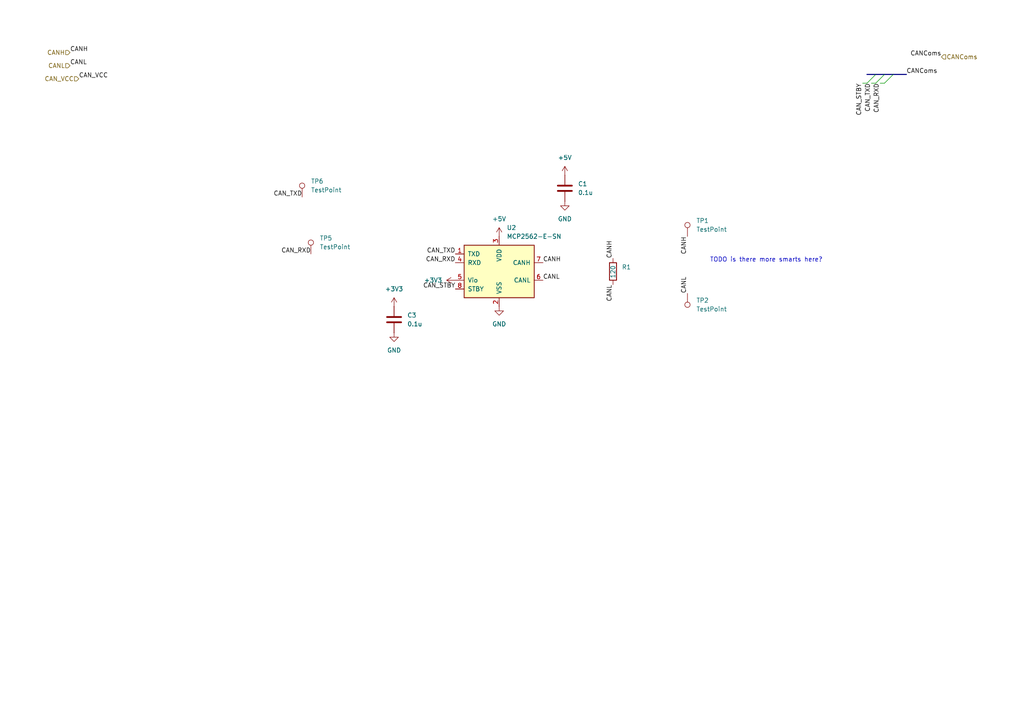
<source format=kicad_sch>
(kicad_sch (version 20231120) (generator "eeschema") (generator_version "8.0")
  (paper "A4")
  (lib_symbols
    (symbol "Connector:TestPoint" (pin_numbers hide) (pin_names (offset 0.762) hide)
      (property "Reference" "TP" (at 0 6.858 0))
      (property "Value" "TestPoint" (at 0 5.08 0))
      (symbol "TestPoint_0_1"
        (circle (center 0 3.302) (radius 0.762))
      )
      (symbol "TestPoint_1_1"
        (pin passive line (at 0 0 90) (length 2.54) (name "1") (number "1"))
      )
    )
    (symbol "Device:C" (pin_numbers hide) (pin_names (offset 0.254))
      (property "Reference" "C" (at 0.635 2.54 0))
      (property "Value" "C" (at 0.635 -2.54 0))
      (symbol "C_0_1"
        (polyline (pts (xy -2.032 -0.762) (xy 2.032 -0.762)) (stroke (width 0.508)))
        (polyline (pts (xy -2.032 0.762) (xy 2.032 0.762)) (stroke (width 0.508)))
      )
      (symbol "C_1_1"
        (pin passive line (at 0 3.81 270) (length 2.794) (name "~") (number "1"))
        (pin passive line (at 0 -3.81 90) (length 2.794) (name "~") (number "2"))
      )
    )
    (symbol "Device:R" (pin_numbers hide) (pin_names (offset 0))
      (property "Reference" "R" (at 2.032 0 90))
      (property "Value" "R" (at 0 0 90))
      (symbol "R_0_1"
        (rectangle (start -1.016 -2.54) (end 1.016 2.54) (stroke (width 0.254)))
      )
      (symbol "R_1_1"
        (pin passive line (at 0 3.81 270) (length 1.27) (name "~") (number "1"))
        (pin passive line (at 0 -3.81 90) (length 1.27) (name "~") (number "2"))
      )
    )
    (symbol "Interface_CAN_LIN:MCP2562-E-SN" (pin_names (offset 1.016))
      (property "Reference" "U" (at -10.16 8.89 0))
      (property "Value" "MCP2562-E-SN" (at 2.54 8.89 0))
      (symbol "MCP2562-E-SN_0_1"
        (rectangle (start -10.16 7.62) (end 10.16 -7.62) (stroke (width 0.254)) (fill (type background)))
      )
      (symbol "MCP2562-E-SN_1_1"
        (pin input line (at -12.7 5.08 0) (length 2.54) (name "TXD") (number "1"))
        (pin power_in line (at 0 -10.16 90) (length 2.54) (name "VSS") (number "2"))
        (pin power_in line (at 0 10.16 270) (length 2.54) (name "VDD") (number "3"))
        (pin output line (at -12.7 2.54 0) (length 2.54) (name "RXD") (number "4"))
        (pin power_in line (at -12.7 -2.54 0) (length 2.54) (name "Vio") (number "5"))
        (pin bidirectional line (at 12.7 -2.54 180) (length 2.54) (name "CANL") (number "6"))
        (pin bidirectional line (at 12.7 2.54 180) (length 2.54) (name "CANH") (number "7"))
        (pin input line (at -12.7 -5.08 0) (length 2.54) (name "STBY") (number "8"))
      )
    )
    (symbol "power:+3V3" (power) (pin_numbers hide) (pin_names (offset 0) hide)
      (property "Value" "+3V3" (at 0 3.556 0))
      (symbol "+3V3_0_1"
        (polyline (pts (xy -0.762 1.27) (xy 0 2.54)))
        (polyline (pts (xy 0 0) (xy 0 2.54)))
        (polyline (pts (xy 0 2.54) (xy 0.762 1.27)))
      )
      (symbol "+3V3_1_1"
        (pin power_in line (at 0 0 90) (length 0) (name "~") (number "1"))
      )
    )
    (symbol "power:+5V" (power) (pin_numbers hide) (pin_names (offset 0) hide)
      (property "Value" "+5V" (at 0 3.556 0))
      (symbol "+5V_0_1"
        (polyline (pts (xy -0.762 1.27) (xy 0 2.54)))
        (polyline (pts (xy 0 0) (xy 0 2.54)))
        (polyline (pts (xy 0 2.54) (xy 0.762 1.27)))
      )
      (symbol "+5V_1_1"
        (pin power_in line (at 0 0 90) (length 0) (name "~") (number "1"))
      )
    )
    (symbol "power:GND" (power) (pin_numbers hide) (pin_names (offset 0) hide)
      (property "Value" "GND" (at 0 -3.81 0))
      (symbol "GND_0_1"
        (polyline (pts (xy 0 0) (xy 0 -1.27) (xy 1.27 -1.27) (xy 0 -2.54) (xy -1.27 -1.27) (xy 0 -1.27)))
      )
      (symbol "GND_1_1"
        (pin power_in line (at 0 0 270) (length 0) (name "~") (number "1"))
      )
    )
  )
  (bus_entry (at 259.08 21.59) (size -2.54 2.54))
  (bus_entry (at 254 21.59) (size -2.54 2.54))
  (bus_entry (at 256.54 21.59) (size -2.54 2.54))
  (bus (pts (xy 256.54 21.59) (xy 254 21.59)))
  (bus (pts (xy 259.08 21.59) (xy 256.54 21.59)))
  (wire (pts (xy 252.73 24.13) (xy 254 24.13)))
  (wire (pts (xy 250.19 24.13) (xy 251.46 24.13)))
  (bus (pts (xy 254 21.59) (xy 251.46 21.59)))
  (bus (pts (xy 262.89 21.59) (xy 259.08 21.59)))
  (wire (pts (xy 255.27 24.13) (xy 256.54 24.13)))
  (text "TODO is there more smarts here?" (at 222.25 75.438 0) (effects (font (size 1.27 1.27))))
  (label "CAN_RXD" (at 255.27 24.13 270))
  (label "CAN_STBY" (at 250.19 24.13 270))
  (label "CAN_TXD" (at 87.63 57.15 180))
  (label "CANComs" (at 262.89 21.59 0))
  (label "CANH" (at 177.8 74.93 90))
  (label "CAN_VCC" (at 22.86 22.86 0))
  (label "CAN_TXD" (at 252.73 24.13 270))
  (label "CAN_STBY" (at 132.08 83.82 180))
  (label "CANL" (at 199.39 85.09 90))
  (label "CANL" (at 20.32 19.05 0))
  (label "CANH" (at 199.39 68.58 270))
  (label "CAN_RXD" (at 132.08 76.2 180))
  (label "CANH" (at 157.48 76.2 0))
  (label "CAN_RXD" (at 90.17 73.66 180))
  (label "CANComs" (at 273.05 16.51 180))
  (label "CAN_TXD" (at 132.08 73.66 180))
  (label "CANL" (at 157.48 81.28 0))
  (label "CANL" (at 177.8 82.55 270))
  (label "CANH" (at 20.32 15.24 0))
  (hierarchical_label "CANL" (shape input) (at 20.32 19.05 180))
  (hierarchical_label "CANComs" (shape input) (at 273.05 16.51 0))
  (hierarchical_label "CAN_VCC" (shape input) (at 22.86 22.86 180))
  (hierarchical_label "CANH" (shape input) (at 20.32 15.24 180))
  (symbol (lib_id "power:+3V3") (at 114.3 88.9 0) (unit 1)
    (property "Reference" "#PWR012" (effects (hide yes)))
    (property "Value" "+3V3" (at 114.3 83.82 0))
    (property "Description" "Power symbol creates a global label with name \"+3V3\"" (effects (hide yes)))
  )
  (symbol (lib_id "Connector:TestPoint") (at 87.63 57.15 0) (unit 1)
    (property "Reference" "TP6" (at 90.17 52.5779 0) (effects (justify left)))
    (property "Value" "TestPoint" (at 90.17 55.1179 0) (effects (justify left)))
    (property "Footprint" "TestPoint:TestPoint_Pad_1.0x1.0mm" (effects (hide yes)))
    (property "Description" "test point" (effects (hide yes)))
  )
  (symbol (lib_id "power:+5V") (at 144.78 68.58 0) (unit 1)
    (property "Reference" "#PWR07" (effects (hide yes)))
    (property "Value" "+5V" (at 144.78 63.5 0))
    (property "Description" "Power symbol creates a global label with name \"+5V\"" (effects (hide yes)))
  )
  (symbol (lib_id "power:GND") (at 114.3 96.52 0) (unit 1)
    (property "Reference" "#PWR013" (effects (hide yes)))
    (property "Value" "GND" (at 114.3 101.6 0))
    (property "Description" "Power symbol creates a global label with name \"GND\" , ground" (effects (hide yes)))
  )
  (symbol (lib_id "power:+3V3") (at 132.08 81.28 90) (unit 1)
    (property "Reference" "#PWR05" (effects (hide yes)))
    (property "Value" "+3V3" (at 128.27 81.2799 90) (effects (justify left)))
    (property "Description" "Power symbol creates a global label with name \"+3V3\"" (effects (hide yes)))
  )
  (symbol (lib_id "Device:C") (at 114.3 92.71 0) (unit 1)
    (property "Reference" "C3" (at 118.11 91.4399 0) (effects (justify left)))
    (property "Value" "0.1u" (at 118.11 93.9799 0) (effects (justify left)))
    (property "Footprint" "Capacitor_SMD:C_0402_1005Metric_Pad0.74x0.62mm_HandSolder" (effects (hide yes)))
    (property "Description" "Unpolarized capacitor" (effects (hide yes)))
  )
  (symbol (lib_id "Device:C") (at 163.83 54.61 0) (unit 1)
    (property "Reference" "C1" (at 167.64 53.3399 0) (effects (justify left)))
    (property "Value" "0.1u" (at 167.64 55.8799 0) (effects (justify left)))
    (property "Footprint" "Capacitor_SMD:C_0402_1005Metric_Pad0.74x0.62mm_HandSolder" (effects (hide yes)))
    (property "Description" "Unpolarized capacitor" (effects (hide yes)))
  )
  (symbol (lib_id "power:GND") (at 144.78 88.9 0) (unit 1)
    (property "Reference" "#PWR04" (effects (hide yes)))
    (property "Value" "GND" (at 144.78 93.98 0))
    (property "Description" "Power symbol creates a global label with name \"GND\" , ground" (effects (hide yes)))
  )
  (symbol (lib_id "power:+5V") (at 163.83 50.8 0) (unit 1)
    (property "Reference" "#PWR09" (effects (hide yes)))
    (property "Value" "+5V" (at 163.83 45.72 0))
    (property "Description" "Power symbol creates a global label with name \"+5V\"" (effects (hide yes)))
  )
  (symbol (lib_id "power:GND") (at 163.83 58.42 0) (unit 1)
    (property "Reference" "#PWR08" (effects (hide yes)))
    (property "Value" "GND" (at 163.83 63.5 0))
    (property "Description" "Power symbol creates a global label with name \"GND\" , ground" (effects (hide yes)))
  )
  (symbol (lib_id "Device:R") (at 177.8 78.74 0) (unit 1)
    (property "Reference" "R1" (at 180.34 77.4699 0) (effects (justify left)))
    (property "Value" "120" (at 177.8 80.772 90) (effects (justify left)))
    (property "Footprint" "Resistor_SMD:R_0805_2012Metric" (effects (hide yes)))
    (property "Description" "Resistor" (effects (hide yes)))
  )
  (symbol (lib_id "Connector:TestPoint") (at 199.39 68.58 0) (unit 1)
    (property "Reference" "TP1" (at 201.93 64.0079 0) (effects (justify left)))
    (property "Value" "TestPoint" (at 201.93 66.5479 0) (effects (justify left)))
    (property "Footprint" "TestPoint:TestPoint_Pad_1.0x1.0mm" (effects (hide yes)))
    (property "Description" "test point" (effects (hide yes)))
  )
  (symbol (lib_id "Connector:TestPoint") (at 90.17 73.66 0) (unit 1)
    (property "Reference" "TP5" (at 92.71 69.0879 0) (effects (justify left)))
    (property "Value" "TestPoint" (at 92.71 71.6279 0) (effects (justify left)))
    (property "Footprint" "TestPoint:TestPoint_Pad_1.0x1.0mm" (effects (hide yes)))
    (property "Description" "test point" (effects (hide yes)))
  )
  (symbol (lib_id "Connector:TestPoint") (at 199.39 85.09 180) (unit 1)
    (property "Reference" "TP2" (at 201.93 87.1219 0) (effects (justify right)))
    (property "Value" "TestPoint" (at 201.93 89.6619 0) (effects (justify right)))
    (property "Footprint" "TestPoint:TestPoint_Pad_1.0x1.0mm" (effects (hide yes)))
    (property "Description" "test point" (effects (hide yes)))
  )
  (symbol (lib_id "Interface_CAN_LIN:MCP2562-E-SN") (at 144.78 78.74 0) (unit 1)
    (property "Reference" "U2" (at 146.9741 66.04 0) (effects (justify left)))
    (property "Value" "MCP2562-E-SN" (at 146.9741 68.58 0) (effects (justify left)))
    (property "Footprint" "Package_SO:SOIC-8_3.9x4.9mm_P1.27mm" (effects (hide yes)))
    (property "Datasheet" "http://ww1.microchip.com/downloads/en/DeviceDoc/25167A.pdf" (effects (hide yes)))
    (property "Description" "High-Speed CAN Transceiver, 1Mbps, 5V supply, Vio pin, -40C to +125C, SOIC-8" (effects (hide yes)))
  )
)
</source>
